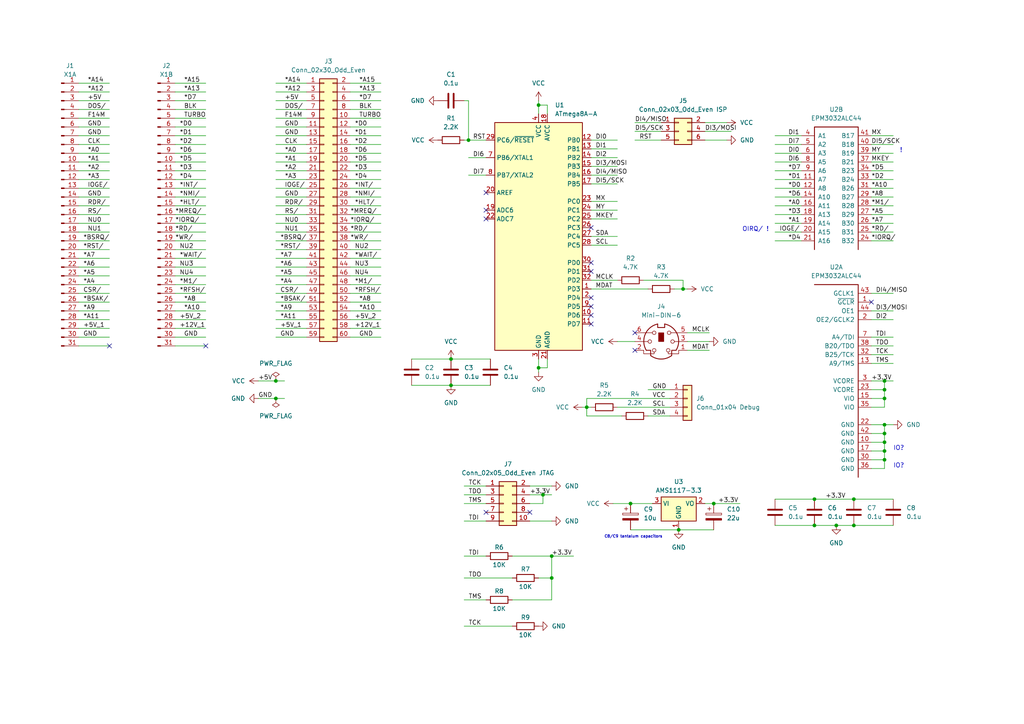
<source format=kicad_sch>
(kicad_sch (version 20230121) (generator eeschema)
  (paper "A4")
  (lib_symbols
    (symbol "Altera:EPM3032ALC44" (pin_names (offset 1.016))
      (property "Reference" "U" (at 0 3.81 0))
      (property "Value" "EPM3032ALC44" (at 0 1.27 0))
      (symbol "EPM3032ALC44_1_1"
        (pin input line (at 10.16 -5.08 180) (length 3.81) (name "~{GCLR}") (number "1"))
        (pin power_in line (at 10.16 -45.72 180) (length 3.81) (name "GND") (number "10"))
        (pin tri_state line (at 10.16 -22.86 180) (length 3.81) (name "A9/TMS") (number "13"))
        (pin power_in line (at 10.16 -33.02 180) (length 3.81) (name "VIO") (number "15"))
        (pin power_in line (at 10.16 -48.26 180) (length 3.81) (name "GND") (number "17"))
        (pin input line (at 10.16 -10.16 180) (length 3.81) (name "OE2/GCLK2") (number "2"))
        (pin power_in line (at 10.16 -40.64 180) (length 3.81) (name "GND") (number "22"))
        (pin power_in line (at 10.16 -30.48 180) (length 3.81) (name "VCORE") (number "23"))
        (pin power_in line (at 10.16 -27.94 180) (length 3.81) (name "VCORE") (number "3"))
        (pin power_in line (at 10.16 -50.8 180) (length 3.81) (name "GND") (number "30"))
        (pin tri_state line (at 10.16 -20.32 180) (length 3.81) (name "B25/TCK") (number "32"))
        (pin power_in line (at 10.16 -35.56 180) (length 3.81) (name "VIO") (number "35"))
        (pin power_in line (at 10.16 -53.34 180) (length 3.81) (name "GND") (number "36"))
        (pin tri_state line (at 10.16 -17.78 180) (length 3.81) (name "B20/TDO") (number "38"))
        (pin power_in line (at 10.16 -43.18 180) (length 3.81) (name "GND") (number "42"))
        (pin input line (at 10.16 -2.54 180) (length 3.81) (name "GCLK1") (number "43"))
        (pin input line (at 10.16 -7.62 180) (length 3.81) (name "OE1") (number "44"))
        (pin tri_state line (at 10.16 -15.24 180) (length 3.81) (name "A4/TDI") (number "7"))
      )
      (symbol "EPM3032ALC44_2_1"
        (pin tri_state line (at -10.16 -15.24 0) (length 3.81) (name "A7") (number "11"))
        (pin tri_state line (at -10.16 -17.78 0) (length 3.81) (name "A8") (number "12"))
        (pin tri_state line (at -10.16 -20.32 0) (length 3.81) (name "A10") (number "14"))
        (pin tri_state line (at -10.16 -22.86 0) (length 3.81) (name "A11") (number "16"))
        (pin tri_state line (at -10.16 -25.4 0) (length 3.81) (name "A13") (number "18"))
        (pin tri_state line (at -10.16 -27.94 0) (length 3.81) (name "A14") (number "19"))
        (pin tri_state line (at -10.16 -30.48 0) (length 3.81) (name "A15") (number "20"))
        (pin tri_state line (at -10.16 -33.02 0) (length 3.81) (name "A16") (number "21"))
        (pin tri_state line (at 10.16 -33.02 180) (length 3.81) (name "B32") (number "24"))
        (pin tri_state line (at 10.16 -30.48 180) (length 3.81) (name "B31") (number "25"))
        (pin tri_state line (at 10.16 -27.94 180) (length 3.81) (name "B30") (number "26"))
        (pin tri_state line (at 10.16 -25.4 180) (length 3.81) (name "B29") (number "27"))
        (pin tri_state line (at 10.16 -22.86 180) (length 3.81) (name "B28") (number "28"))
        (pin tri_state line (at 10.16 -20.32 180) (length 3.81) (name "B27") (number "29"))
        (pin tri_state line (at 10.16 -17.78 180) (length 3.81) (name "B26") (number "31"))
        (pin tri_state line (at 10.16 -15.24 180) (length 3.81) (name "B24") (number "33"))
        (pin tri_state line (at 10.16 -12.7 180) (length 3.81) (name "B23") (number "34"))
        (pin tri_state line (at 10.16 -10.16 180) (length 3.81) (name "B21") (number "37"))
        (pin tri_state line (at 10.16 -7.62 180) (length 3.81) (name "B19") (number "39"))
        (pin tri_state line (at -10.16 -2.54 0) (length 3.81) (name "A1") (number "4"))
        (pin tri_state line (at 10.16 -5.08 180) (length 3.81) (name "B18") (number "40"))
        (pin tri_state line (at 10.16 -2.54 180) (length 3.81) (name "B17") (number "41"))
        (pin tri_state line (at -10.16 -5.08 0) (length 3.81) (name "A2") (number "5"))
        (pin tri_state line (at -10.16 -7.62 0) (length 3.81) (name "A3") (number "6"))
        (pin tri_state line (at -10.16 -10.16 0) (length 3.81) (name "A5") (number "8"))
        (pin tri_state line (at -10.16 -12.7 0) (length 3.81) (name "A6") (number "9"))
      )
    )
    (symbol "Connector:Conn_01x31_Male" (pin_names (offset 1.016) hide)
      (property "Reference" "J" (at 0 40.64 0))
      (property "Value" "Conn_01x31_Male" (at 0 -40.64 0))
      (symbol "Conn_01x31_Male_1_1"
        (pin passive line (at 5.08 38.1 180) (length 3.81) (name "Pin_1") (number "1"))
        (pin passive line (at 5.08 15.24 180) (length 3.81) (name "Pin_10") (number "10"))
        (pin passive line (at 5.08 12.7 180) (length 3.81) (name "Pin_11") (number "11"))
        (pin passive line (at 5.08 10.16 180) (length 3.81) (name "Pin_12") (number "12"))
        (pin passive line (at 5.08 7.62 180) (length 3.81) (name "Pin_13") (number "13"))
        (pin passive line (at 5.08 5.08 180) (length 3.81) (name "Pin_14") (number "14"))
        (pin passive line (at 5.08 2.54 180) (length 3.81) (name "Pin_15") (number "15"))
        (pin passive line (at 5.08 0 180) (length 3.81) (name "Pin_16") (number "16"))
        (pin passive line (at 5.08 -2.54 180) (length 3.81) (name "Pin_17") (number "17"))
        (pin passive line (at 5.08 -5.08 180) (length 3.81) (name "Pin_18") (number "18"))
        (pin passive line (at 5.08 -7.62 180) (length 3.81) (name "Pin_19") (number "19"))
        (pin passive line (at 5.08 35.56 180) (length 3.81) (name "Pin_2") (number "2"))
        (pin passive line (at 5.08 -10.16 180) (length 3.81) (name "Pin_20") (number "20"))
        (pin passive line (at 5.08 -12.7 180) (length 3.81) (name "Pin_21") (number "21"))
        (pin passive line (at 5.08 -15.24 180) (length 3.81) (name "Pin_22") (number "22"))
        (pin passive line (at 5.08 -17.78 180) (length 3.81) (name "Pin_23") (number "23"))
        (pin passive line (at 5.08 -20.32 180) (length 3.81) (name "Pin_24") (number "24"))
        (pin passive line (at 5.08 -22.86 180) (length 3.81) (name "Pin_25") (number "25"))
        (pin passive line (at 5.08 -25.4 180) (length 3.81) (name "Pin_26") (number "26"))
        (pin passive line (at 5.08 -27.94 180) (length 3.81) (name "Pin_27") (number "27"))
        (pin passive line (at 5.08 -30.48 180) (length 3.81) (name "Pin_28") (number "28"))
        (pin passive line (at 5.08 -33.02 180) (length 3.81) (name "Pin_29") (number "29"))
        (pin passive line (at 5.08 33.02 180) (length 3.81) (name "Pin_3") (number "3"))
        (pin passive line (at 5.08 -35.56 180) (length 3.81) (name "Pin_30") (number "30"))
        (pin passive line (at 5.08 -38.1 180) (length 3.81) (name "Pin_31") (number "31"))
        (pin passive line (at 5.08 30.48 180) (length 3.81) (name "Pin_4") (number "4"))
        (pin passive line (at 5.08 27.94 180) (length 3.81) (name "Pin_5") (number "5"))
        (pin passive line (at 5.08 25.4 180) (length 3.81) (name "Pin_6") (number "6"))
        (pin passive line (at 5.08 22.86 180) (length 3.81) (name "Pin_7") (number "7"))
        (pin passive line (at 5.08 20.32 180) (length 3.81) (name "Pin_8") (number "8"))
        (pin passive line (at 5.08 17.78 180) (length 3.81) (name "Pin_9") (number "9"))
      )
    )
    (symbol "Connector:Mini-DIN-6" (pin_names (offset 1.016))
      (property "Reference" "J" (at 0 6.35 0))
      (property "Value" "Mini-DIN-6" (at 0 -6.35 0))
      (symbol "Mini-DIN-6_1_1"
        (pin passive line (at 7.62 -2.54 180) (length 2.54) (name "~") (number "1"))
        (pin passive line (at -7.62 -2.54 0) (length 2.54) (name "~") (number "2"))
        (pin passive line (at 7.62 0 180) (length 2.54) (name "~") (number "3"))
        (pin passive line (at -7.62 0 0) (length 2.54) (name "~") (number "4"))
        (pin passive line (at 7.62 2.54 180) (length 2.54) (name "~") (number "5"))
        (pin passive line (at -7.62 2.54 0) (length 2.54) (name "~") (number "6"))
      )
    )
    (symbol "Connector_Generic:Conn_01x04" (pin_names (offset 1.016) hide)
      (property "Reference" "J" (at 0 5.08 0))
      (property "Value" "Conn_01x04" (at 0 -7.62 0))
      (symbol "Conn_01x04_1_1"
        (pin passive line (at -5.08 2.54 0) (length 3.81) (name "Pin_1") (number "1"))
        (pin passive line (at -5.08 0 0) (length 3.81) (name "Pin_2") (number "2"))
        (pin passive line (at -5.08 -2.54 0) (length 3.81) (name "Pin_3") (number "3"))
        (pin passive line (at -5.08 -5.08 0) (length 3.81) (name "Pin_4") (number "4"))
      )
    )
    (symbol "Connector_Generic:Conn_02x03_Odd_Even" (pin_names (offset 1.016) hide)
      (property "Reference" "J" (at 1.27 5.08 0))
      (property "Value" "Conn_02x03_Odd_Even" (at 1.27 -5.08 0))
      (symbol "Conn_02x03_Odd_Even_1_1"
        (pin passive line (at -5.08 2.54 0) (length 3.81) (name "Pin_1") (number "1"))
        (pin passive line (at 7.62 2.54 180) (length 3.81) (name "Pin_2") (number "2"))
        (pin passive line (at -5.08 0 0) (length 3.81) (name "Pin_3") (number "3"))
        (pin passive line (at 7.62 0 180) (length 3.81) (name "Pin_4") (number "4"))
        (pin passive line (at -5.08 -2.54 0) (length 3.81) (name "Pin_5") (number "5"))
        (pin passive line (at 7.62 -2.54 180) (length 3.81) (name "Pin_6") (number "6"))
      )
    )
    (symbol "Connector_Generic:Conn_02x05_Odd_Even" (pin_names (offset 1.016) hide)
      (property "Reference" "J" (at 1.27 7.62 0))
      (property "Value" "Conn_02x05_Odd_Even" (at 1.27 -7.62 0))
      (symbol "Conn_02x05_Odd_Even_1_1"
        (pin passive line (at -5.08 5.08 0) (length 3.81) (name "Pin_1") (number "1"))
        (pin passive line (at 7.62 -5.08 180) (length 3.81) (name "Pin_10") (number "10"))
        (pin passive line (at 7.62 5.08 180) (length 3.81) (name "Pin_2") (number "2"))
        (pin passive line (at -5.08 2.54 0) (length 3.81) (name "Pin_3") (number "3"))
        (pin passive line (at 7.62 2.54 180) (length 3.81) (name "Pin_4") (number "4"))
        (pin passive line (at -5.08 0 0) (length 3.81) (name "Pin_5") (number "5"))
        (pin passive line (at 7.62 0 180) (length 3.81) (name "Pin_6") (number "6"))
        (pin passive line (at -5.08 -2.54 0) (length 3.81) (name "Pin_7") (number "7"))
        (pin passive line (at 7.62 -2.54 180) (length 3.81) (name "Pin_8") (number "8"))
        (pin passive line (at -5.08 -5.08 0) (length 3.81) (name "Pin_9") (number "9"))
      )
    )
    (symbol "Connector_Generic:Conn_02x30_Odd_Even" (pin_names (offset 1.016) hide)
      (property "Reference" "J" (at 1.27 38.1 0))
      (property "Value" "Conn_02x30_Odd_Even" (at 1.27 -40.64 0))
      (symbol "Conn_02x30_Odd_Even_1_1"
        (pin passive line (at -5.08 35.56 0) (length 3.81) (name "Pin_1") (number "1"))
        (pin passive line (at 7.62 25.4 180) (length 3.81) (name "Pin_10") (number "10"))
        (pin passive line (at -5.08 22.86 0) (length 3.81) (name "Pin_11") (number "11"))
        (pin passive line (at 7.62 22.86 180) (length 3.81) (name "Pin_12") (number "12"))
        (pin passive line (at -5.08 20.32 0) (length 3.81) (name "Pin_13") (number "13"))
        (pin passive line (at 7.62 20.32 180) (length 3.81) (name "Pin_14") (number "14"))
        (pin passive line (at -5.08 17.78 0) (length 3.81) (name "Pin_15") (number "15"))
        (pin passive line (at 7.62 17.78 180) (length 3.81) (name "Pin_16") (number "16"))
        (pin passive line (at -5.08 15.24 0) (length 3.81) (name "Pin_17") (number "17"))
        (pin passive line (at 7.62 15.24 180) (length 3.81) (name "Pin_18") (number "18"))
        (pin passive line (at -5.08 12.7 0) (length 3.81) (name "Pin_19") (number "19"))
        (pin passive line (at 7.62 35.56 180) (length 3.81) (name "Pin_2") (number "2"))
        (pin passive line (at 7.62 12.7 180) (length 3.81) (name "Pin_20") (number "20"))
        (pin passive line (at -5.08 10.16 0) (length 3.81) (name "Pin_21") (number "21"))
        (pin passive line (at 7.62 10.16 180) (length 3.81) (name "Pin_22") (number "22"))
        (pin passive line (at -5.08 7.62 0) (length 3.81) (name "Pin_23") (number "23"))
        (pin passive line (at 7.62 7.62 180) (length 3.81) (name "Pin_24") (number "24"))
        (pin passive line (at -5.08 5.08 0) (length 3.81) (name "Pin_25") (number "25"))
        (pin passive line (at 7.62 5.08 180) (length 3.81) (name "Pin_26") (number "26"))
        (pin passive line (at -5.08 2.54 0) (length 3.81) (name "Pin_27") (number "27"))
        (pin passive line (at 7.62 2.54 180) (length 3.81) (name "Pin_28") (number "28"))
        (pin passive line (at -5.08 0 0) (length 3.81) (name "Pin_29") (number "29"))
        (pin passive line (at -5.08 33.02 0) (length 3.81) (name "Pin_3") (number "3"))
        (pin passive line (at 7.62 0 180) (length 3.81) (name "Pin_30") (number "30"))
        (pin passive line (at -5.08 -2.54 0) (length 3.81) (name "Pin_31") (number "31"))
        (pin passive line (at 7.62 -2.54 180) (length 3.81) (name "Pin_32") (number "32"))
        (pin passive line (at -5.08 -5.08 0) (length 3.81) (name "Pin_33") (number "33"))
        (pin passive line (at 7.62 -5.08 180) (length 3.81) (name "Pin_34") (number "34"))
        (pin passive line (at -5.08 -7.62 0) (length 3.81) (name "Pin_35") (number "35"))
        (pin passive line (at 7.62 -7.62 180) (length 3.81) (name "Pin_36") (number "36"))
        (pin passive line (at -5.08 -10.16 0) (length 3.81) (name "Pin_37") (number "37"))
        (pin passive line (at 7.62 -10.16 180) (length 3.81) (name "Pin_38") (number "38"))
        (pin passive line (at -5.08 -12.7 0) (length 3.81) (name "Pin_39") (number "39"))
        (pin passive line (at 7.62 33.02 180) (length 3.81) (name "Pin_4") (number "4"))
        (pin passive line (at 7.62 -12.7 180) (length 3.81) (name "Pin_40") (number "40"))
        (pin passive line (at -5.08 -15.24 0) (length 3.81) (name "Pin_41") (number "41"))
        (pin passive line (at 7.62 -15.24 180) (length 3.81) (name "Pin_42") (number "42"))
        (pin passive line (at -5.08 -17.78 0) (length 3.81) (name "Pin_43") (number "43"))
        (pin passive line (at 7.62 -17.78 180) (length 3.81) (name "Pin_44") (number "44"))
        (pin passive line (at -5.08 -20.32 0) (length 3.81) (name "Pin_45") (number "45"))
        (pin passive line (at 7.62 -20.32 180) (length 3.81) (name "Pin_46") (number "46"))
        (pin passive line (at -5.08 -22.86 0) (length 3.81) (name "Pin_47") (number "47"))
        (pin passive line (at 7.62 -22.86 180) (length 3.81) (name "Pin_48") (number "48"))
        (pin passive line (at -5.08 -25.4 0) (length 3.81) (name "Pin_49") (number "49"))
        (pin passive line (at -5.08 30.48 0) (length 3.81) (name "Pin_5") (number "5"))
        (pin passive line (at 7.62 -25.4 180) (length 3.81) (name "Pin_50") (number "50"))
        (pin passive line (at -5.08 -27.94 0) (length 3.81) (name "Pin_51") (number "51"))
        (pin passive line (at 7.62 -27.94 180) (length 3.81) (name "Pin_52") (number "52"))
        (pin passive line (at -5.08 -30.48 0) (length 3.81) (name "Pin_53") (number "53"))
        (pin passive line (at 7.62 -30.48 180) (length 3.81) (name "Pin_54") (number "54"))
        (pin passive line (at -5.08 -33.02 0) (length 3.81) (name "Pin_55") (number "55"))
        (pin passive line (at 7.62 -33.02 180) (length 3.81) (name "Pin_56") (number "56"))
        (pin passive line (at -5.08 -35.56 0) (length 3.81) (name "Pin_57") (number "57"))
        (pin passive line (at 7.62 -35.56 180) (length 3.81) (name "Pin_58") (number "58"))
        (pin passive line (at -5.08 -38.1 0) (length 3.81) (name "Pin_59") (number "59"))
        (pin passive line (at 7.62 30.48 180) (length 3.81) (name "Pin_6") (number "6"))
        (pin passive line (at 7.62 -38.1 180) (length 3.81) (name "Pin_60") (number "60"))
        (pin passive line (at -5.08 27.94 0) (length 3.81) (name "Pin_7") (number "7"))
        (pin passive line (at 7.62 27.94 180) (length 3.81) (name "Pin_8") (number "8"))
        (pin passive line (at -5.08 25.4 0) (length 3.81) (name "Pin_9") (number "9"))
      )
    )
    (symbol "Device:C" (pin_numbers hide) (pin_names (offset 0.254))
      (property "Reference" "C" (at 0.635 2.54 0))
      (property "Value" "C" (at 0.635 -2.54 0))
      (symbol "C_1_1"
        (pin passive line (at 0 3.81 270) (length 2.794) (name "~") (number "1"))
        (pin passive line (at 0 -3.81 90) (length 2.794) (name "~") (number "2"))
      )
    )
    (symbol "Device:C_Polarized" (pin_numbers hide) (pin_names (offset 0.254))
      (property "Reference" "C" (at 0.635 2.54 0))
      (property "Value" "C_Polarized" (at 0.635 -2.54 0))
      (symbol "C_Polarized_1_1"
        (pin passive line (at 0 3.81 270) (length 2.794) (name "~") (number "1"))
        (pin passive line (at 0 -3.81 90) (length 2.794) (name "~") (number "2"))
      )
    )
    (symbol "Device:R" (pin_numbers hide) (pin_names (offset 0))
      (property "Reference" "R" (at 2.032 0 90))
      (property "Value" "R" (at 0 0 90))
      (symbol "R_1_1"
        (pin passive line (at 0 3.81 270) (length 1.27) (name "~") (number "1"))
        (pin passive line (at 0 -3.81 90) (length 1.27) (name "~") (number "2"))
      )
    )
    (symbol "MCU_Microchip_ATmega:ATmega8A-A"
      (property "Reference" "U" (at -12.7 34.29 0))
      (property "Value" "ATmega8A-A" (at 5.08 -34.29 0))
      (symbol "ATmega8A-A_1_1"
        (pin bidirectional line (at 15.24 -15.24 180) (length 2.54) (name "PD3") (number "1"))
        (pin bidirectional line (at 15.24 -22.86 180) (length 2.54) (name "PD6") (number "10"))
        (pin bidirectional line (at 15.24 -25.4 180) (length 2.54) (name "PD7") (number "11"))
        (pin bidirectional line (at 15.24 27.94 180) (length 2.54) (name "PB0") (number "12"))
        (pin bidirectional line (at 15.24 25.4 180) (length 2.54) (name "PB1") (number "13"))
        (pin bidirectional line (at 15.24 22.86 180) (length 2.54) (name "PB2") (number "14"))
        (pin bidirectional line (at 15.24 20.32 180) (length 2.54) (name "PB3") (number "15"))
        (pin bidirectional line (at 15.24 17.78 180) (length 2.54) (name "PB4") (number "16"))
        (pin bidirectional line (at 15.24 15.24 180) (length 2.54) (name "PB5") (number "17"))
        (pin power_in line (at 2.54 35.56 270) (length 2.54) (name "AVCC") (number "18"))
        (pin input line (at -15.24 7.62 0) (length 2.54) (name "ADC6") (number "19"))
        (pin bidirectional line (at 15.24 -17.78 180) (length 2.54) (name "PD4") (number "2"))
        (pin passive line (at -15.24 12.7 0) (length 2.54) (name "AREF") (number "20"))
        (pin power_in line (at 2.54 -35.56 90) (length 2.54) (name "AGND") (number "21"))
        (pin input line (at -15.24 5.08 0) (length 2.54) (name "ADC7") (number "22"))
        (pin bidirectional line (at 15.24 10.16 180) (length 2.54) (name "PC0") (number "23"))
        (pin bidirectional line (at 15.24 7.62 180) (length 2.54) (name "PC1") (number "24"))
        (pin bidirectional line (at 15.24 5.08 180) (length 2.54) (name "PC2") (number "25"))
        (pin bidirectional line (at 15.24 2.54 180) (length 2.54) (name "PC3") (number "26"))
        (pin bidirectional line (at 15.24 0 180) (length 2.54) (name "PC4") (number "27"))
        (pin bidirectional line (at 15.24 -2.54 180) (length 2.54) (name "PC5") (number "28"))
        (pin bidirectional line (at -15.24 27.94 0) (length 2.54) (name "PC6/~{RESET}") (number "29"))
        (pin power_in line (at 0 -35.56 90) (length 2.54) (name "GND") (number "3"))
        (pin bidirectional line (at 15.24 -7.62 180) (length 2.54) (name "PD0") (number "30"))
        (pin bidirectional line (at 15.24 -10.16 180) (length 2.54) (name "PD1") (number "31"))
        (pin bidirectional line (at 15.24 -12.7 180) (length 2.54) (name "PD2") (number "32"))
        (pin power_in line (at 0 35.56 270) (length 2.54) (name "VCC") (number "4"))
        (pin passive line (at 0 -35.56 90) (length 2.54) hide (name "GND") (number "5"))
        (pin passive line (at 0 35.56 270) (length 2.54) hide (name "VCC") (number "6"))
        (pin bidirectional line (at -15.24 22.86 0) (length 2.54) (name "PB6/XTAL1") (number "7"))
        (pin bidirectional line (at -15.24 17.78 0) (length 2.54) (name "PB7/XTAL2") (number "8"))
        (pin bidirectional line (at 15.24 -20.32 180) (length 2.54) (name "PD5") (number "9"))
      )
    )
    (symbol "Regulator_Linear:AMS1117-3.3"
      (property "Reference" "U" (at -3.81 3.175 0))
      (property "Value" "AMS1117-3.3" (at 0 3.175 0))
      (symbol "AMS1117-3.3_1_1"
        (pin power_in line (at 0 -7.62 90) (length 2.54) (name "GND") (number "1"))
        (pin power_out line (at 7.62 0 180) (length 2.54) (name "VO") (number "2"))
        (pin power_in line (at -7.62 0 0) (length 2.54) (name "VI") (number "3"))
      )
    )
    (symbol "power:GND" (power) (pin_names (offset 0))
      (property "Value" "GND" (at 0 -3.81 0))
      (symbol "GND_1_1"
        (pin power_in line (at 0 0 270) (length 0) hide (name "GND") (number "1"))
      )
    )
    (symbol "power:PWR_FLAG" (power) (pin_numbers hide) (pin_names (offset 0) hide)
      (property "Value" "PWR_FLAG" (at 0 3.81 0))
      (symbol "PWR_FLAG_0_0"
        (pin power_out line (at 0 0 90) (length 0) (name "pwr") (number "1"))
      )
    )
    (symbol "power:VCC" (power) (pin_names (offset 0))
      (property "Value" "VCC" (at 0 3.81 0))
      (symbol "VCC_1_1"
        (pin power_in line (at 0 0 90) (length 0) hide (name "VCC") (number "1"))
      )
    )
  )
  (junction (at 242.57 152.4))
  (junction (at 198.12 83.82))
  (junction (at 80.01 110.49))
  (junction (at 247.65 144.78))
  (junction (at 256.54 130.81))
  (junction (at 80.01 115.57))
  (junction (at 236.22 144.78))
  (junction (at 256.54 115.57))
  (junction (at 130.81 111.76))
  (junction (at 156.21 106.68))
  (junction (at 247.65 152.4))
  (junction (at 256.54 123.19))
  (junction (at 157.48 143.51))
  (junction (at 130.81 104.14))
  (junction (at 256.54 113.03))
  (junction (at 170.18 118.11))
  (junction (at 156.21 30.48))
  (junction (at 256.54 110.49))
  (junction (at 236.22 152.4))
  (junction (at 256.54 128.27))
  (junction (at 160.02 161.29))
  (junction (at 160.02 167.64))
  (junction (at 135.89 40.64))
  (junction (at 196.85 153.67))
  (junction (at 256.54 133.35))
  (junction (at 256.54 125.73))
  (junction (at 207.01 146.05))
  (junction (at 182.88 146.05))
  (no_connect (at 171.45 86.36))
  (no_connect (at 171.45 76.2))
  (no_connect (at 59.69 100.33))
  (no_connect (at 171.45 66.04))
  (no_connect (at 171.45 78.74))
  (no_connect (at 153.67 148.59))
  (no_connect (at 252.73 87.63))
  (no_connect (at 184.15 96.52))
  (no_connect (at 140.97 55.88))
  (no_connect (at 171.45 91.44))
  (no_connect (at 184.15 101.6))
  (no_connect (at 171.45 93.98))
  (no_connect (at 140.97 60.96))
  (no_connect (at 140.97 63.5))
  (no_connect (at 31.75 100.33))
  (no_connect (at 171.45 88.9))
  (no_connect (at 140.97 148.59))
  (wire (pts (xy 256.54 135.89) (xy 256.54 133.35)))
  (wire (pts (xy 50.8 69.85) (xy 59.69 69.85)))
  (wire (pts (xy 252.73 85.09) (xy 259.08 85.09)))
  (wire (pts (xy 252.73 92.71) (xy 259.08 92.71)))
  (wire (pts (xy 80.01 36.83) (xy 88.9 36.83)))
  (wire (pts (xy 252.73 52.07) (xy 259.08 52.07)))
  (wire (pts (xy 80.01 67.31) (xy 88.9 67.31)))
  (wire (pts (xy 256.54 118.11) (xy 256.54 115.57)))
  (wire (pts (xy 80.01 26.67) (xy 88.9 26.67)))
  (wire (pts (xy 50.8 74.93) (xy 59.69 74.93)))
  (wire (pts (xy 80.01 39.37) (xy 88.9 39.37)))
  (wire (pts (xy 224.79 64.77) (xy 232.41 64.77)))
  (wire (pts (xy 22.86 34.29) (xy 31.75 34.29)))
  (wire (pts (xy 252.73 67.31) (xy 259.08 67.31)))
  (wire (pts (xy 160.02 173.99) (xy 160.02 167.64)))
  (wire (pts (xy 22.86 59.69) (xy 31.75 59.69)))
  (wire (pts (xy 22.86 24.13) (xy 31.75 24.13)))
  (wire (pts (xy 80.01 74.93) (xy 88.9 74.93)))
  (wire (pts (xy 224.79 41.91) (xy 232.41 41.91)))
  (wire (pts (xy 130.81 104.14) (xy 142.24 104.14)))
  (wire (pts (xy 50.8 39.37) (xy 59.69 39.37)))
  (wire (pts (xy 22.86 54.61) (xy 31.75 54.61)))
  (wire (pts (xy 80.01 57.15) (xy 88.9 57.15)))
  (wire (pts (xy 22.86 100.33) (xy 31.75 100.33)))
  (wire (pts (xy 80.01 90.17) (xy 88.9 90.17)))
  (wire (pts (xy 252.73 128.27) (xy 256.54 128.27)))
  (wire (pts (xy 252.73 69.85) (xy 259.08 69.85)))
  (wire (pts (xy 247.65 152.4) (xy 259.08 152.4)))
  (wire (pts (xy 50.8 34.29) (xy 59.69 34.29)))
  (wire (pts (xy 160.02 161.29) (xy 160.02 167.64)))
  (wire (pts (xy 80.01 77.47) (xy 88.9 77.47)))
  (wire (pts (xy 101.6 87.63) (xy 110.49 87.63)))
  (wire (pts (xy 101.6 90.17) (xy 110.49 90.17)))
  (wire (pts (xy 224.79 49.53) (xy 232.41 49.53)))
  (wire (pts (xy 236.22 144.78) (xy 247.65 144.78)))
  (wire (pts (xy 50.8 26.67) (xy 59.69 26.67)))
  (wire (pts (xy 101.6 57.15) (xy 110.49 57.15)))
  (wire (pts (xy 134.62 181.61) (xy 148.59 181.61)))
  (wire (pts (xy 80.01 29.21) (xy 88.9 29.21)))
  (wire (pts (xy 135.89 40.64) (xy 140.97 40.64)))
  (wire (pts (xy 186.69 81.28) (xy 198.12 81.28)))
  (wire (pts (xy 50.8 49.53) (xy 59.69 49.53)))
  (wire (pts (xy 171.45 40.64) (xy 179.07 40.64)))
  (wire (pts (xy 195.58 83.82) (xy 198.12 83.82)))
  (wire (pts (xy 22.86 57.15) (xy 31.75 57.15)))
  (wire (pts (xy 252.73 54.61) (xy 259.08 54.61)))
  (wire (pts (xy 50.8 72.39) (xy 59.69 72.39)))
  (wire (pts (xy 101.6 67.31) (xy 110.49 67.31)))
  (wire (pts (xy 135.89 45.72) (xy 140.97 45.72)))
  (wire (pts (xy 252.73 130.81) (xy 256.54 130.81)))
  (wire (pts (xy 50.8 31.75) (xy 59.69 31.75)))
  (wire (pts (xy 256.54 110.49) (xy 259.08 110.49)))
  (wire (pts (xy 171.45 58.42) (xy 179.07 58.42)))
  (wire (pts (xy 80.01 115.57) (xy 82.55 115.57)))
  (wire (pts (xy 199.39 96.52) (xy 205.74 96.52)))
  (wire (pts (xy 50.8 82.55) (xy 59.69 82.55)))
  (wire (pts (xy 50.8 36.83) (xy 59.69 36.83)))
  (wire (pts (xy 101.6 49.53) (xy 110.49 49.53)))
  (wire (pts (xy 187.96 113.03) (xy 194.31 113.03)))
  (wire (pts (xy 22.86 49.53) (xy 31.75 49.53)))
  (wire (pts (xy 101.6 95.25) (xy 110.49 95.25)))
  (wire (pts (xy 170.18 118.11) (xy 171.45 118.11)))
  (wire (pts (xy 101.6 31.75) (xy 110.49 31.75)))
  (wire (pts (xy 101.6 62.23) (xy 110.49 62.23)))
  (wire (pts (xy 156.21 29.21) (xy 156.21 30.48)))
  (wire (pts (xy 134.62 161.29) (xy 140.97 161.29)))
  (wire (pts (xy 256.54 113.03) (xy 256.54 110.49)))
  (wire (pts (xy 119.38 111.76) (xy 130.81 111.76)))
  (wire (pts (xy 180.34 120.65) (xy 170.18 120.65)))
  (wire (pts (xy 224.79 62.23) (xy 232.41 62.23)))
  (wire (pts (xy 252.73 110.49) (xy 256.54 110.49)))
  (wire (pts (xy 256.54 128.27) (xy 256.54 125.73)))
  (wire (pts (xy 204.47 35.56) (xy 210.82 35.56)))
  (wire (pts (xy 80.01 24.13) (xy 88.9 24.13)))
  (wire (pts (xy 80.01 97.79) (xy 88.9 97.79)))
  (wire (pts (xy 22.86 31.75) (xy 31.75 31.75)))
  (wire (pts (xy 50.8 46.99) (xy 59.69 46.99)))
  (wire (pts (xy 252.73 118.11) (xy 256.54 118.11)))
  (wire (pts (xy 50.8 90.17) (xy 59.69 90.17)))
  (wire (pts (xy 224.79 44.45) (xy 232.41 44.45)))
  (wire (pts (xy 22.86 62.23) (xy 31.75 62.23)))
  (wire (pts (xy 80.01 64.77) (xy 88.9 64.77)))
  (wire (pts (xy 50.8 87.63) (xy 59.69 87.63)))
  (wire (pts (xy 50.8 44.45) (xy 59.69 44.45)))
  (wire (pts (xy 171.45 48.26) (xy 179.07 48.26)))
  (wire (pts (xy 252.73 90.17) (xy 259.08 90.17)))
  (wire (pts (xy 22.86 87.63) (xy 31.75 87.63)))
  (wire (pts (xy 224.79 52.07) (xy 232.41 52.07)))
  (wire (pts (xy 153.67 151.13) (xy 160.02 151.13)))
  (wire (pts (xy 204.47 38.1) (xy 212.09 38.1)))
  (wire (pts (xy 22.86 41.91) (xy 31.75 41.91)))
  (wire (pts (xy 184.15 40.64) (xy 191.77 40.64)))
  (wire (pts (xy 252.73 133.35) (xy 256.54 133.35)))
  (wire (pts (xy 156.21 30.48) (xy 156.21 33.02)))
  (wire (pts (xy 252.73 39.37) (xy 259.08 39.37)))
  (wire (pts (xy 148.59 173.99) (xy 160.02 173.99)))
  (wire (pts (xy 177.8 146.05) (xy 182.88 146.05)))
  (wire (pts (xy 80.01 82.55) (xy 88.9 82.55)))
  (wire (pts (xy 252.73 46.99) (xy 259.08 46.99)))
  (wire (pts (xy 224.79 69.85) (xy 232.41 69.85)))
  (wire (pts (xy 101.6 29.21) (xy 110.49 29.21)))
  (wire (pts (xy 22.86 67.31) (xy 31.75 67.31)))
  (wire (pts (xy 224.79 39.37) (xy 232.41 39.37)))
  (wire (pts (xy 22.86 44.45) (xy 31.75 44.45)))
  (wire (pts (xy 50.8 59.69) (xy 59.69 59.69)))
  (wire (pts (xy 22.86 46.99) (xy 31.75 46.99)))
  (wire (pts (xy 22.86 26.67) (xy 31.75 26.67)))
  (wire (pts (xy 80.01 92.71) (xy 88.9 92.71)))
  (wire (pts (xy 135.89 50.8) (xy 140.97 50.8)))
  (wire (pts (xy 157.48 146.05) (xy 157.48 143.51)))
  (wire (pts (xy 170.18 115.57) (xy 170.18 118.11)))
  (wire (pts (xy 50.8 52.07) (xy 59.69 52.07)))
  (wire (pts (xy 153.67 146.05) (xy 157.48 146.05)))
  (wire (pts (xy 80.01 69.85) (xy 88.9 69.85)))
  (wire (pts (xy 50.8 41.91) (xy 59.69 41.91)))
  (wire (pts (xy 252.73 105.41) (xy 259.08 105.41)))
  (wire (pts (xy 252.73 97.79) (xy 259.08 97.79)))
  (wire (pts (xy 80.01 59.69) (xy 88.9 59.69)))
  (wire (pts (xy 224.79 59.69) (xy 232.41 59.69)))
  (wire (pts (xy 156.21 167.64) (xy 160.02 167.64)))
  (wire (pts (xy 22.86 64.77) (xy 31.75 64.77)))
  (wire (pts (xy 224.79 152.4) (xy 236.22 152.4)))
  (wire (pts (xy 252.73 102.87) (xy 259.08 102.87)))
  (wire (pts (xy 101.6 85.09) (xy 110.49 85.09)))
  (wire (pts (xy 101.6 72.39) (xy 110.49 72.39)))
  (wire (pts (xy 171.45 83.82) (xy 187.96 83.82)))
  (wire (pts (xy 101.6 82.55) (xy 110.49 82.55)))
  (wire (pts (xy 22.86 77.47) (xy 31.75 77.47)))
  (wire (pts (xy 184.15 35.56) (xy 191.77 35.56)))
  (wire (pts (xy 252.73 64.77) (xy 259.08 64.77)))
  (wire (pts (xy 80.01 34.29) (xy 88.9 34.29)))
  (wire (pts (xy 22.86 72.39) (xy 31.75 72.39)))
  (wire (pts (xy 50.8 67.31) (xy 59.69 67.31)))
  (wire (pts (xy 171.45 68.58) (xy 179.07 68.58)))
  (wire (pts (xy 22.86 69.85) (xy 31.75 69.85)))
  (wire (pts (xy 168.91 118.11) (xy 170.18 118.11)))
  (wire (pts (xy 50.8 80.01) (xy 59.69 80.01)))
  (wire (pts (xy 171.45 60.96) (xy 179.07 60.96)))
  (wire (pts (xy 134.62 40.64) (xy 135.89 40.64)))
  (wire (pts (xy 101.6 54.61) (xy 110.49 54.61)))
  (wire (pts (xy 22.86 74.93) (xy 31.75 74.93)))
  (wire (pts (xy 101.6 26.67) (xy 110.49 26.67)))
  (wire (pts (xy 135.89 29.21) (xy 134.62 29.21)))
  (wire (pts (xy 101.6 44.45) (xy 110.49 44.45)))
  (wire (pts (xy 242.57 152.4) (xy 247.65 152.4)))
  (wire (pts (xy 158.75 106.68) (xy 156.21 106.68)))
  (wire (pts (xy 182.88 153.67) (xy 196.85 153.67)))
  (wire (pts (xy 74.93 110.49) (xy 80.01 110.49)))
  (wire (pts (xy 101.6 52.07) (xy 110.49 52.07)))
  (wire (pts (xy 252.73 115.57) (xy 256.54 115.57)))
  (wire (pts (xy 256.54 115.57) (xy 256.54 113.03)))
  (wire (pts (xy 80.01 72.39) (xy 88.9 72.39)))
  (wire (pts (xy 80.01 46.99) (xy 88.9 46.99)))
  (wire (pts (xy 224.79 144.78) (xy 236.22 144.78)))
  (wire (pts (xy 80.01 87.63) (xy 88.9 87.63)))
  (wire (pts (xy 101.6 59.69) (xy 110.49 59.69)))
  (wire (pts (xy 158.75 30.48) (xy 156.21 30.48)))
  (wire (pts (xy 22.86 82.55) (xy 31.75 82.55)))
  (wire (pts (xy 80.01 49.53) (xy 88.9 49.53)))
  (wire (pts (xy 153.67 140.97) (xy 160.02 140.97)))
  (wire (pts (xy 199.39 101.6) (xy 205.74 101.6)))
  (wire (pts (xy 22.86 97.79) (xy 31.75 97.79)))
  (wire (pts (xy 252.73 62.23) (xy 259.08 62.23)))
  (wire (pts (xy 101.6 41.91) (xy 110.49 41.91)))
  (wire (pts (xy 252.73 135.89) (xy 256.54 135.89)))
  (wire (pts (xy 50.8 95.25) (xy 59.69 95.25)))
  (wire (pts (xy 22.86 85.09) (xy 31.75 85.09)))
  (wire (pts (xy 22.86 95.25) (xy 31.75 95.25)))
  (wire (pts (xy 171.45 81.28) (xy 179.07 81.28)))
  (wire (pts (xy 224.79 46.99) (xy 232.41 46.99)))
  (wire (pts (xy 187.96 120.65) (xy 194.31 120.65)))
  (wire (pts (xy 22.86 80.01) (xy 31.75 80.01)))
  (wire (pts (xy 101.6 92.71) (xy 110.49 92.71)))
  (wire (pts (xy 252.73 41.91) (xy 259.08 41.91)))
  (wire (pts (xy 171.45 53.34) (xy 179.07 53.34)))
  (wire (pts (xy 156.21 104.14) (xy 156.21 106.68)))
  (wire (pts (xy 194.31 115.57) (xy 170.18 115.57)))
  (wire (pts (xy 184.15 38.1) (xy 191.77 38.1)))
  (wire (pts (xy 256.54 123.19) (xy 259.08 123.19)))
  (wire (pts (xy 101.6 36.83) (xy 110.49 36.83)))
  (wire (pts (xy 80.01 95.25) (xy 88.9 95.25)))
  (wire (pts (xy 101.6 64.77) (xy 110.49 64.77)))
  (wire (pts (xy 252.73 49.53) (xy 259.08 49.53)))
  (wire (pts (xy 224.79 67.31) (xy 232.41 67.31)))
  (wire (pts (xy 50.8 24.13) (xy 59.69 24.13)))
  (wire (pts (xy 171.45 63.5) (xy 179.07 63.5)))
  (wire (pts (xy 50.8 64.77) (xy 59.69 64.77)))
  (wire (pts (xy 101.6 34.29) (xy 110.49 34.29)))
  (wire (pts (xy 22.86 90.17) (xy 31.75 90.17)))
  (wire (pts (xy 256.54 133.35) (xy 256.54 130.81)))
  (wire (pts (xy 204.47 146.05) (xy 207.01 146.05)))
  (wire (pts (xy 50.8 97.79) (xy 59.69 97.79)))
  (wire (pts (xy 101.6 46.99) (xy 110.49 46.99)))
  (wire (pts (xy 170.18 120.65) (xy 170.18 118.11)))
  (wire (pts (xy 157.48 143.51) (xy 160.02 143.51)))
  (wire (pts (xy 22.86 39.37) (xy 31.75 39.37)))
  (wire (pts (xy 207.01 146.05) (xy 214.63 146.05)))
  (wire (pts (xy 252.73 57.15) (xy 259.08 57.15)))
  (wire (pts (xy 22.86 52.07) (xy 31.75 52.07)))
  (wire (pts (xy 158.75 33.02) (xy 158.75 30.48)))
  (wire (pts (xy 179.07 118.11) (xy 194.31 118.11)))
  (wire (pts (xy 50.8 100.33) (xy 59.69 100.33)))
  (wire (pts (xy 101.6 39.37) (xy 110.49 39.37)))
  (wire (pts (xy 50.8 57.15) (xy 59.69 57.15)))
  (wire (pts (xy 171.45 71.12) (xy 179.07 71.12)))
  (wire (pts (xy 247.65 144.78) (xy 259.08 144.78)))
  (wire (pts (xy 50.8 92.71) (xy 59.69 92.71)))
  (wire (pts (xy 252.73 100.33) (xy 259.08 100.33)))
  (wire (pts (xy 134.62 146.05) (xy 140.97 146.05)))
  (wire (pts (xy 50.8 29.21) (xy 59.69 29.21)))
  (wire (pts (xy 101.6 69.85) (xy 110.49 69.85)))
  (wire (pts (xy 134.62 173.99) (xy 140.97 173.99)))
  (wire (pts (xy 134.62 151.13) (xy 140.97 151.13)))
  (wire (pts (xy 134.62 167.64) (xy 148.59 167.64)))
  (wire (pts (xy 80.01 41.91) (xy 88.9 41.91)))
  (wire (pts (xy 236.22 152.4) (xy 242.57 152.4)))
  (wire (pts (xy 80.01 44.45) (xy 88.9 44.45)))
  (wire (pts (xy 134.62 140.97) (xy 140.97 140.97)))
  (wire (pts (xy 252.73 59.69) (xy 259.08 59.69)))
  (wire (pts (xy 50.8 85.09) (xy 59.69 85.09)))
  (wire (pts (xy 179.07 99.06) (xy 184.15 99.06)))
  (wire (pts (xy 252.73 125.73) (xy 256.54 125.73)))
  (wire (pts (xy 252.73 44.45) (xy 259.08 44.45)))
  (wire (pts (xy 80.01 110.49) (xy 82.55 110.49)))
  (wire (pts (xy 101.6 97.79) (xy 110.49 97.79)))
  (wire (pts (xy 101.6 74.93) (xy 110.49 74.93)))
  (wire (pts (xy 196.85 153.67) (xy 207.01 153.67)))
  (wire (pts (xy 80.01 85.09) (xy 88.9 85.09)))
  (wire (pts (xy 119.38 104.14) (xy 130.81 104.14)))
  (wire (pts (xy 256.54 125.73) (xy 256.54 123.19)))
  (wire (pts (xy 171.45 50.8) (xy 179.07 50.8)))
  (wire (pts (xy 50.8 62.23) (xy 59.69 62.23)))
  (wire (pts (xy 256.54 130.81) (xy 256.54 128.27)))
  (wire (pts (xy 171.45 43.18) (xy 179.07 43.18)))
  (wire (pts (xy 224.79 57.15) (xy 232.41 57.15)))
  (wire (pts (xy 80.01 62.23) (xy 88.9 62.23)))
  (wire (pts (xy 156.21 106.68) (xy 156.21 107.95)))
  (wire (pts (xy 101.6 80.01) (xy 110.49 80.01)))
  (wire (pts (xy 198.12 83.82) (xy 199.39 83.82)))
  (wire (pts (xy 101.6 77.47) (xy 110.49 77.47)))
  (wire (pts (xy 22.86 29.21) (xy 31.75 29.21)))
  (wire (pts (xy 252.73 113.03) (xy 256.54 113.03)))
  (wire (pts (xy 204.47 40.64) (xy 210.82 40.64)))
  (wire (pts (xy 153.67 143.51) (xy 157.48 143.51)))
  (wire (pts (xy 80.01 80.01) (xy 88.9 80.01)))
  (wire (pts (xy 130.81 111.76) (xy 142.24 111.76)))
  (wire (pts (xy 22.86 36.83) (xy 31.75 36.83)))
  (wire (pts (xy 135.89 40.64) (xy 135.89 29.21)))
  (wire (pts (xy 134.62 143.51) (xy 140.97 143.51)))
  (wire (pts (xy 171.45 45.72) (xy 179.07 45.72)))
  (wire (pts (xy 160.02 161.29) (xy 166.37 161.29)))
  (wire (pts (xy 198.12 81.28) (xy 198.12 83.82)))
  (wire (pts (xy 182.88 146.05) (xy 189.23 146.05)))
  (wire (pts (xy 80.01 54.61) (xy 88.9 54.61)))
  (wire (pts (xy 199.39 99.06) (xy 205.74 99.06)))
  (wire (pts (xy 22.86 92.71) (xy 31.75 92.71)))
  (wire (pts (xy 252.73 123.19) (xy 256.54 123.19)))
  (wire (pts (xy 80.01 31.75) (xy 88.9 31.75)))
  (wire (pts (xy 80.01 52.07) (xy 88.9 52.07)))
  (wire (pts (xy 50.8 77.47) (xy 59.69 77.47)))
  (wire (pts (xy 158.75 104.14) (xy 158.75 106.68)))
  (wire (pts (xy 224.79 54.61) (xy 232.41 54.61)))
  (wire (pts (xy 148.59 161.29) (xy 160.02 161.29)))
  (wire (pts (xy 101.6 24.13) (xy 110.49 24.13)))
  (wire (pts (xy 50.8 54.61) (xy 59.69 54.61)))
  (wire (pts (xy 74.93 115.57) (xy 80.01 115.57)))
  (text "IO?" (at 259.08 135.89 0) (effects (font (size 1.27 1.27)) (justify left bottom)))
  (text "!" (at 222.25 67.31 0) (effects (font (size 1.27 1.27)) (justify left bottom)))
  (text "!" (at 260.985 44.45 0) (effects (font (size 1.27 1.27)) (justify left bottom)))
  (text "IO?" (at 259.08 130.81 0) (effects (font (size 1.27 1.27)) (justify left bottom)))
  (text "OIRQ/" (at 215.265 67.31 0) (effects (font (size 1.27 1.27)) (justify left bottom)))
  (text "C8/C9 tantalum capacitors" (at 175.26 156.21 0) (effects (font (size 0.8 0.8)) (justify left bottom)))
  (label "SDA" (at 172.72 68.58 0))
  (label "DOS{slash}" (at 25.4 31.75 0))
  (label "*WR{slash}" (at 50.8 69.85 0))
  (label "MX" (at 252.73 39.37 0))
  (label "GND" (at 82.55 57.15 0))
  (label "VCC" (at 189.23 115.57 0))
  (label "*RD{slash}" (at 252.73 67.31 0))
  (label "*A2" (at 25.4 49.53 0))
  (label "*D0" (at 52.07 36.83 0))
  (label "*MREQ{slash}" (at 101.6 62.23 0))
  (label "DI0" (at 172.72 40.64 0))
  (label "*D5" (at 102.87 46.99 0))
  (label "*A11" (at 81.28 92.71 0))
  (label "*M1{slash}" (at 52.07 82.55 0))
  (label "*HLT{slash}" (at 52.07 59.69 0))
  (label "*INT{slash}" (at 102.87 54.61 0))
  (label "NU4" (at 52.07 80.01 0))
  (label "*D5" (at 52.07 46.99 0))
  (label "*A8" (at 252.73 57.15 0))
  (label "TDO" (at 135.89 167.64 0))
  (label "*BSRQ{slash}" (at 81.28 69.85 0))
  (label "*D5" (at 252.73 49.53 0))
  (label "IOGE{slash}" (at 82.55 54.61 0))
  (label "DI3{slash}MOSI" (at 254 90.17 0))
  (label "GND" (at 25.4 57.15 0))
  (label "BLK" (at 53.34 31.75 0))
  (label "*IORQ{slash}" (at 101.6 64.77 0))
  (label "TDO" (at 254 100.33 0))
  (label "*INT{slash}" (at 52.07 54.61 0))
  (label "RDR{slash}" (at 82.55 59.69 0))
  (label "MCLK" (at 200.66 96.52 0))
  (label "MY" (at 252.73 44.45 0))
  (label "*RST{slash}" (at 81.28 72.39 0))
  (label "*D3" (at 228.6 62.23 0))
  (label "*D7" (at 104.14 29.21 0))
  (label "*A13" (at 53.34 26.67 0))
  (label "+5V_2" (at 52.07 92.71 0))
  (label "MDAT" (at 172.72 83.82 0))
  (label "*M1{slash}" (at 102.87 82.55 0))
  (label "TMS" (at 135.89 146.05 0))
  (label "SCL" (at 189.23 118.11 0))
  (label "*HLT{slash}" (at 102.87 59.69 0))
  (label "*D3" (at 102.87 49.53 0))
  (label "*A3" (at 25.4 52.07 0))
  (label "*D6" (at 52.07 44.45 0))
  (label "*IORQ{slash}" (at 252.73 69.85 0))
  (label "*A10" (at 53.34 90.17 0))
  (label "DI5{slash}SCK" (at 252.73 41.91 0))
  (label "*A9" (at 24.13 90.17 0))
  (label "+3.3V" (at 239.395 144.78 0))
  (label "GND" (at 25.4 36.83 0))
  (label "GND" (at 189.23 113.03 0))
  (label "*NMI{slash}" (at 52.07 57.15 0))
  (label "*NMI{slash}" (at 102.87 57.15 0))
  (label "SDA" (at 189.23 120.65 0))
  (label "TDI" (at 135.89 161.29 0))
  (label "DI6" (at 137.16 45.72 0))
  (label "*A9" (at 81.28 90.17 0))
  (label "*A6" (at 24.13 77.47 0))
  (label "GND" (at 74.93 115.57 0))
  (label "*A5" (at 81.28 80.01 0))
  (label "+3.3V" (at 160.02 161.29 0))
  (label "GND" (at 104.14 97.79 0))
  (label "RST" (at 185.42 40.64 0))
  (label "NU3" (at 52.07 77.47 0))
  (label "*D4" (at 52.07 52.07 0))
  (label "*A1" (at 228.6 64.77 0))
  (label "DI3{slash}MOSI" (at 172.72 48.26 0))
  (label "+3.3V" (at 153.67 143.51 0))
  (label "*A5" (at 24.13 80.01 0))
  (label "+5V_1" (at 24.13 95.25 0))
  (label "+5V_2" (at 102.87 92.71 0))
  (label "NU1" (at 82.55 67.31 0))
  (label "TURBO" (at 53.34 34.29 0))
  (label "*A1" (at 25.4 46.99 0))
  (label "*D6" (at 228.6 57.15 0))
  (label "*A8" (at 104.14 87.63 0))
  (label "*WR{slash}" (at 101.6 69.85 0))
  (label "*BSAK{slash}" (at 81.28 87.63 0))
  (label "*A0" (at 25.4 44.45 0))
  (label "*D6" (at 102.87 44.45 0))
  (label "DI5{slash}SCK" (at 184.15 38.1 0))
  (label "MX" (at 172.72 58.42 0))
  (label "RS{slash}" (at 25.4 62.23 0))
  (label "*A7" (at 252.73 64.77 0))
  (label "*D1" (at 52.07 39.37 0))
  (label "*D4" (at 102.87 52.07 0))
  (label "TURBO" (at 104.14 34.29 0))
  (label "*A10" (at 104.14 90.17 0))
  (label "DI2" (at 254 92.71 0))
  (label "MDAT" (at 200.66 101.6 0))
  (label "*RST{slash}" (at 24.13 72.39 0))
  (label "CSR{slash}" (at 24.13 85.09 0))
  (label "*IORQ{slash}" (at 50.8 64.77 0))
  (label "BLK" (at 104.14 31.75 0))
  (label "*RFSH{slash}" (at 102.87 85.09 0))
  (label "NU1" (at 25.4 67.31 0))
  (label "*BSRQ{slash}" (at 24.13 69.85 0))
  (label "TDI" (at 254 97.79 0))
  (label "*D0" (at 228.6 54.61 0))
  (label "*D2" (at 252.73 52.07 0))
  (label "*WAIT{slash}" (at 102.87 74.93 0))
  (label "NU2" (at 102.87 72.39 0))
  (label "GND" (at 25.4 39.37 0))
  (label "NU0" (at 82.55 64.77 0))
  (label "*MREQ{slash}" (at 50.8 62.23 0))
  (label "TDI" (at 135.89 151.13 0))
  (label "CSR{slash}" (at 81.28 85.09 0))
  (label "DI7" (at 228.6 41.91 0))
  (label "MKEY" (at 252.73 46.99 0))
  (label "*A14" (at 82.55 24.13 0))
  (label "SCL" (at 172.72 71.12 0))
  (label "*RD{slash}" (at 101.6 67.31 0))
  (label "TMS" (at 135.89 173.99 0))
  (label "DI1" (at 228.6 39.37 0))
  (label "*A7" (at 24.13 74.93 0))
  (label "DI7" (at 137.16 50.8 0))
  (label "GND" (at 81.28 97.79 0))
  (label "DI6" (at 228.6 46.99 0))
  (label "CLK" (at 82.55 41.91 0))
  (label "*A12" (at 82.55 26.67 0))
  (label "+5V_1" (at 81.28 95.25 0))
  (label "*A12" (at 25.4 26.67 0))
  (label "DI4{slash}MISO" (at 172.72 50.8 0))
  (label "DI3{slash}MOSI" (at 204.47 38.1 0))
  (label "TMS" (at 254 105.41 0))
  (label "*D1" (at 102.87 39.37 0))
  (label "*A4" (at 81.28 82.55 0))
  (label "GND" (at 82.55 39.37 0))
  (label "*A10" (at 252.73 54.61 0))
  (label "*A8" (at 53.34 87.63 0))
  (label "RST" (at 137.16 40.64 0))
  (label "MY" (at 172.72 60.96 0))
  (label "TCK" (at 135.89 140.97 0))
  (label "*RD{slash}" (at 50.8 67.31 0))
  (label "IOGE{slash}" (at 226.06 67.31 0))
  (label "CLK" (at 25.4 41.91 0))
  (label "*D2" (at 102.87 41.91 0))
  (label "DI1" (at 172.72 43.18 0))
  (label "*A0" (at 228.6 59.69 0))
  (label "*A7" (at 81.28 74.93 0))
  (label "RDR{slash}" (at 25.4 59.69 0))
  (label "GND" (at 24.13 97.79 0))
  (label "GND" (at 53.34 97.79 0))
  (label "*BSAK{slash}" (at 24.13 87.63 0))
  (label "+3.3V" (at 252.73 110.49 0))
  (label "TCK" (at 135.89 181.61 0))
  (label "*D7" (at 53.34 29.21 0))
  (label "*D4" (at 228.6 69.85 0))
  (label "+5V" (at 74.93 110.49 0))
  (label "NU3" (at 102.87 77.47 0))
  (label "NU0" (at 25.4 64.77 0))
  (label "RS{slash}" (at 82.55 62.23 0))
  (label "*A0" (at 82.55 44.45 0))
  (label "*D3" (at 52.07 49.53 0))
  (label "NU4" (at 102.87 80.01 0))
  (label "*A1" (at 82.55 46.99 0))
  (label "+3.3V" (at 208.28 146.05 0))
  (label "*M1{slash}" (at 252.73 59.69 0))
  (label "IOGE{slash}" (at 25.4 54.61 0))
  (label "*A13" (at 104.14 26.67 0))
  (label "*A3" (at 82.55 52.07 0))
  (label "DI0" (at 228.6 44.45 0))
  (label "*D2" (at 52.07 41.91 0))
  (label "+5V" (at 25.4 29.21 0))
  (label "*A11" (at 24.13 92.71 0))
  (label "*A15" (at 53.34 24.13 0))
  (label "DOS{slash}" (at 82.55 31.75 0))
  (label "F14M" (at 82.55 34.29 0))
  (label "+5V" (at 82.55 29.21 0))
  (label "*A15" (at 104.14 24.13 0))
  (label "GND" (at 82.55 36.83 0))
  (label "DI5{slash}SCK" (at 172.72 53.34 0))
  (label "F14M" (at 25.4 34.29 0))
  (label "*D0" (at 102.87 36.83 0))
  (label "TCK" (at 254 102.87 0))
  (label "+12V_1" (at 102.87 95.25 0))
  (label "DI2" (at 172.72 45.72 0))
  (label "*WAIT{slash}" (at 52.07 74.93 0))
  (label "*A2" (at 82.55 49.53 0))
  (label "*A5" (at 252.73 62.23 0))
  (label "DI4{slash}MISO" (at 254 85.09 0))
  (label "NU2" (at 52.07 72.39 0))
  (label "DI4{slash}MISO" (at 184.15 35.56 0))
  (label "MKEY" (at 172.72 63.5 0))
  (label "*A14" (at 25.4 24.13 0))
  (label "*D1" (at 228.6 52.07 0))
  (label "MCLK" (at 172.72 81.28 0))
  (label "TDO" (at 135.89 143.51 0))
  (label "*A6" (at 81.28 77.47 0))
  (label "*RFSH{slash}" (at 52.07 85.09 0))
  (label "*D7" (at 228.6 49.53 0))
  (label "+12V_1" (at 52.07 95.25 0))
  (label "*A4" (at 24.13 82.55 0))
  (symbol (lib_id "Device:C") (at 130.81 29.21 90) (unit 1)
    (property "Reference" "C1" (at 130.81 21.59 90))
    (property "Value" "0.1u" (at 130.81 24.13 90))
    (property "Footprint" "Capacitor_SMD:C_1206_3216Metric_Pad1.33x1.80mm_HandSolder" (effects hide))
  )
  (symbol (lib_id "power:VCC") (at 127 40.64 90) (unit 1)
    (property "Reference" "#PWR05" (effects hide))
    (property "Value" "VCC" (at 123.19 40.64 90) (effects (justify left)))
  )
  (symbol (lib_id "power:GND") (at 156.21 181.61 90) (unit 1)
    (property "Reference" "#PWR015" (effects hide))
    (property "Value" "GND" (at 160.02 181.61 90) (effects (justify right)))
  )
  (symbol (lib_id "power:PWR_FLAG") (at 80.01 115.57 180) (unit 1)
    (property "Reference" "#FLG02" (effects hide))
    (property "Value" "PWR_FLAG" (at 80.01 120.65 0))
  )
  (symbol (lib_id "Device:C") (at 224.79 148.59 0) (unit 1)
    (property "Reference" "C5" (at 228.6 147.32 0) (effects (justify left)))
    (property "Value" "0.1u" (at 228.6 149.86 0) (effects (justify left)))
    (property "Footprint" "Capacitor_SMD:C_1206_3216Metric_Pad1.33x1.80mm_HandSolder" (effects hide))
  )
  (symbol (lib_id "Connector_Generic:Conn_02x30_Odd_Even") (at 93.98 59.69 0) (unit 1) (on_board no)
    (property "Reference" "J3" (at 95.25 17.78 0))
    (property "Value" "Conn_02x30_Odd_Even" (at 95.25 20.32 0))
    (property "Footprint" "my_lib:PinSocket_2x30_P2.54mm_Vertical" (effects hide))
  )
  (symbol (lib_id "power:GND") (at 160.02 140.97 90) (unit 1)
    (property "Reference" "#PWR013" (effects hide))
    (property "Value" "GND" (at 163.83 140.97 90) (effects (justify right)))
  )
  (symbol (lib_id "power:VCC") (at 156.21 29.21 0) (unit 1)
    (property "Reference" "#PWR03" (effects hide))
    (property "Value" "VCC" (at 156.21 24.13 0))
  )
  (symbol (lib_id "power:GND") (at 127 29.21 270) (unit 1)
    (property "Reference" "#PWR06" (effects hide))
    (property "Value" "GND" (at 123.19 29.21 90) (effects (justify right)))
  )
  (symbol (lib_id "power:VCC") (at 74.93 110.49 90) (unit 1)
    (property "Reference" "#PWR017" (effects hide))
    (property "Value" "VCC" (at 71.12 110.49 90) (effects (justify left)))
  )
  (symbol (lib_id "power:GND") (at 210.82 40.64 90) (unit 1)
    (property "Reference" "#PWR010" (effects hide))
    (property "Value" "GND" (at 214.63 40.64 90) (effects (justify right)))
  )
  (symbol (lib_id "power:GND") (at 259.08 123.19 90) (unit 1)
    (property "Reference" "#PWR016" (effects hide))
    (property "Value" "GND" (at 262.89 123.19 90) (effects (justify right)))
  )
  (symbol (lib_id "power:GND") (at 160.02 151.13 90) (unit 1)
    (property "Reference" "#PWR014" (effects hide))
    (property "Value" "GND" (at 163.83 151.13 90) (effects (justify right)))
  )
  (symbol (lib_id "MCU_Microchip_ATmega:ATmega8A-A") (at 156.21 68.58 0) (unit 1)
    (property "Reference" "U1" (at 160.9441 30.48 0) (effects (justify left)))
    (property "Value" "ATmega8A-A" (at 160.9441 33.02 0) (effects (justify left)))
    (property "Footprint" "Package_QFP:TQFP-32_7x7mm_P0.8mm" (effects hide))
    (property "Datasheet" "http://ww1.microchip.com/downloads/en/DeviceDoc/Microchip%208bit%20mcu%20AVR%20ATmega8A%20data%20sheet%2040001974A.pdf" (effects hide))
  )
  (symbol (lib_id "Connector_Generic:Conn_02x05_Odd_Even") (at 146.05 146.05 0) (unit 1)
    (property "Reference" "J7" (at 147.32 134.62 0))
    (property "Value" "Conn_02x05_Odd_Even JTAG" (at 147.32 137.16 0))
    (property "Footprint" "Connector_IDC:IDC-Header_2x05_P2.54mm_Vertical" (effects hide))
  )
  (symbol (lib_id "power:PWR_FLAG") (at 80.01 110.49 0) (unit 1)
    (property "Reference" "#FLG01" (effects hide))
    (property "Value" "PWR_FLAG" (at 80.01 105.41 0))
  )
  (symbol (lib_id "Device:C") (at 236.22 148.59 0) (unit 1)
    (property "Reference" "C6" (at 240.03 147.32 0) (effects (justify left)))
    (property "Value" "0.1u" (at 240.03 149.86 0) (effects (justify left)))
    (property "Footprint" "Capacitor_SMD:C_1206_3216Metric_Pad1.33x1.80mm_HandSolder" (effects hide))
  )
  (symbol (lib_id "Connector:Conn_01x31_Male") (at 17.78 62.23 0) (unit 1)
    (property "Reference" "J1" (at 20.32 19.05 0))
    (property "Value" "X1A" (at 20.32 21.59 0))
    (property "Footprint" "my_lib:PinSocket_1x31_P2.54mm_2" (effects hide))
  )
  (symbol (lib_id "Device:R") (at 144.78 161.29 90) (unit 1)
    (property "Reference" "R6" (at 144.78 158.75 90))
    (property "Value" "10K" (at 144.78 163.83 90))
    (property "Footprint" "Resistor_SMD:R_1206_3216Metric_Pad1.30x1.75mm_HandSolder" (effects hide))
  )
  (symbol (lib_id "Altera:EPM3032ALC44") (at 242.57 82.55 0) (unit 1)
    (property "Reference" "U2" (at 242.57 77.47 0))
    (property "Value" "EPM3032ALC44" (at 242.57 80.01 0))
    (property "Footprint" "Package_LCC:PLCC-44_THT-Socket" (effects hide))
    (property "Datasheet" "https://www.altera.com/content/dam/altera-www/global/en_US/pdfs/literature/ds/m3000a.pdf" (effects hide))
    (property "Manuf" "Altera" (effects hide))
    (property "BOM" "Altera EPM3032ALC44-{grade}" (effects hide))
    (property "MPN" "EPM3032ALC44-{grade}" (effects hide))
  )
  (symbol (lib_id "Device:C_Polarized") (at 182.88 149.86 0) (unit 1)
    (property "Reference" "C9" (at 186.69 147.701 0) (effects (justify left)))
    (property "Value" "10u" (at 186.69 150.241 0) (effects (justify left)))
    (property "Footprint" "Capacitor_Tantalum_SMD:CP_EIA-6032-28_Kemet-C_Pad2.25x2.35mm_HandSolder" (effects hide))
  )
  (symbol (lib_id "Connector_Generic:Conn_01x04") (at 199.39 115.57 0) (unit 1)
    (property "Reference" "J6" (at 201.93 115.57 0) (effects (justify left)))
    (property "Value" "Conn_01x04 Debug" (at 201.93 118.11 0) (effects (justify left)))
    (property "Footprint" "Connector_PinHeader_2.54mm:PinHeader_1x04_P2.54mm_Vertical" (effects hide))
  )
  (symbol (lib_id "Device:R") (at 130.81 40.64 90) (unit 1)
    (property "Reference" "R1" (at 130.81 34.29 90))
    (property "Value" "2.2K" (at 130.81 36.83 90))
    (property "Footprint" "Resistor_SMD:R_1206_3216Metric_Pad1.30x1.75mm_HandSolder" (effects hide))
  )
  (symbol (lib_id "power:VCC") (at 179.07 99.06 90) (unit 1)
    (property "Reference" "#PWR04" (effects hide))
    (property "Value" "VCC" (at 175.26 99.06 90) (effects (justify left)))
  )
  (symbol (lib_id "Altera:EPM3032ALC44") (at 242.57 36.83 0) (unit 2)
    (property "Reference" "U2" (at 242.57 31.75 0))
    (property "Value" "EPM3032ALC44" (at 242.57 34.29 0))
    (property "Footprint" "Package_LCC:PLCC-44_THT-Socket" (effects hide))
    (property "Datasheet" "https://www.altera.com/content/dam/altera-www/global/en_US/pdfs/literature/ds/m3000a.pdf" (effects hide))
    (property "Manuf" "Altera" (effects hide))
    (property "BOM" "Altera EPM3032ALC44-{grade}" (effects hide))
    (property "MPN" "EPM3032ALC44-{grade}" (effects hide))
  )
  (symbol (lib_id "power:GND") (at 74.93 115.57 270) (unit 1)
    (property "Reference" "#PWR018" (effects hide))
    (property "Value" "GND" (at 71.12 115.57 90) (effects (justify right)))
  )
  (symbol (lib_id "Connector:Mini-DIN-6") (at 191.77 99.06 0) (unit 1)
    (property "Reference" "J4" (at 191.7877 88.9 0))
    (property "Value" "Mini-DIN-6" (at 191.7877 91.44 0))
    (property "Footprint" "Connector_Mini-DIN_Female_6Pin:Connector_Mini-DIN_Female_6Pin_2rows" (effects hide))
    (property "Datasheet" "http://service.powerdynamics.com/ec/Catalog17/Section%2011.pdf" (effects hide))
  )
  (symbol (lib_id "power:GND") (at 130.81 111.76 0) (unit 1)
    (property "Reference" "#PWR07" (effects hide))
    (property "Value" "GND" (at 130.81 116.84 0))
  )
  (symbol (lib_id "Device:C") (at 142.24 107.95 0) (unit 1)
    (property "Reference" "C4" (at 146.05 106.68 0) (effects (justify left)))
    (property "Value" "0.1u" (at 146.05 109.22 0) (effects (justify left)))
    (property "Footprint" "Capacitor_SMD:C_1206_3216Metric_Pad1.33x1.80mm_HandSolder" (effects hide))
  )
  (symbol (lib_id "Regulator_Linear:AMS1117-3.3") (at 196.85 146.05 0) (unit 1)
    (property "Reference" "U3" (at 196.85 139.7 0))
    (property "Value" "AMS1117-3.3" (at 196.85 142.24 0))
    (property "Footprint" "Package_TO_SOT_SMD:SOT-223-3_TabPin2" (effects hide))
    (property "Datasheet" "http://www.advanced-monolithic.com/pdf/ds1117.pdf" (effects hide))
  )
  (symbol (lib_id "Device:C") (at 247.65 148.59 0) (unit 1)
    (property "Reference" "C7" (at 251.46 147.32 0) (effects (justify left)))
    (property "Value" "0.1u" (at 251.46 149.86 0) (effects (justify left)))
    (property "Footprint" "Capacitor_SMD:C_1206_3216Metric_Pad1.33x1.80mm_HandSolder" (effects hide))
  )
  (symbol (lib_id "Connector:Conn_01x31_Male") (at 45.72 62.23 0) (unit 1)
    (property "Reference" "J2" (at 48.26 19.05 0))
    (property "Value" "X1B" (at 48.26 21.59 0))
    (property "Footprint" "my_lib:PinSocket_1x31_P2.54mm_2" (effects hide))
  )
  (symbol (lib_id "power:GND") (at 156.21 107.95 0) (unit 1)
    (property "Reference" "#PWR01" (effects hide))
    (property "Value" "GND" (at 156.21 113.03 0))
  )
  (symbol (lib_id "Device:R") (at 175.26 118.11 90) (unit 1)
    (property "Reference" "R5" (at 175.26 111.76 90))
    (property "Value" "2.2K" (at 175.26 114.3 90))
    (property "Footprint" "Resistor_SMD:R_1206_3216Metric_Pad1.30x1.75mm_HandSolder" (effects hide))
  )
  (symbol (lib_id "power:VCC") (at 177.8 146.05 90) (unit 1)
    (property "Reference" "#PWR020" (effects hide))
    (property "Value" "VCC" (at 173.99 146.05 90) (effects (justify left)))
  )
  (symbol (lib_id "Device:C") (at 259.08 148.59 0) (unit 1)
    (property "Reference" "C8" (at 262.89 147.32 0) (effects (justify left)))
    (property "Value" "0.1u" (at 262.89 149.86 0) (effects (justify left)))
    (property "Footprint" "Capacitor_SMD:C_1206_3216Metric_Pad1.33x1.80mm_HandSolder" (effects hide))
  )
  (symbol (lib_id "power:VCC") (at 130.81 104.14 0) (unit 1)
    (property "Reference" "#PWR08" (effects hide))
    (property "Value" "VCC" (at 130.81 99.06 0))
  )
  (symbol (lib_id "power:GND") (at 196.85 153.67 0) (unit 1)
    (property "Reference" "#PWR019" (effects hide))
    (property "Value" "GND" (at 196.85 158.75 0))
  )
  (symbol (lib_id "power:VCC") (at 168.91 118.11 90) (unit 1)
    (property "Reference" "#PWR012" (effects hide))
    (property "Value" "VCC" (at 165.1 118.11 90) (effects (justify left)))
  )
  (symbol (lib_id "power:VCC") (at 199.39 83.82 270) (unit 1)
    (property "Reference" "#PWR011" (effects hide))
    (property "Value" "VCC" (at 203.2 83.82 90) (effects (justify left)))
  )
  (symbol (lib_id "Device:C") (at 119.38 107.95 0) (unit 1)
    (property "Reference" "C2" (at 123.19 106.68 0) (effects (justify left)))
    (property "Value" "0.1u" (at 123.19 109.22 0) (effects (justify left)))
    (property "Footprint" "Capacitor_SMD:C_1206_3216Metric_Pad1.33x1.80mm_HandSolder" (effects hide))
  )
  (symbol (lib_id "Device:R") (at 184.15 120.65 90) (unit 1)
    (property "Reference" "R4" (at 184.15 114.3 90))
    (property "Value" "2.2K" (at 184.15 116.84 90))
    (property "Footprint" "Resistor_SMD:R_1206_3216Metric_Pad1.30x1.75mm_HandSolder" (effects hide))
  )
  (symbol (lib_id "Device:R") (at 152.4 181.61 90) (unit 1)
    (property "Reference" "R9" (at 152.4 179.07 90))
    (property "Value" "10K" (at 152.4 184.15 90))
    (property "Footprint" "Resistor_SMD:R_1206_3216Metric_Pad1.30x1.75mm_HandSolder" (effects hide))
  )
  (symbol (lib_id "Device:C") (at 130.81 107.95 0) (unit 1)
    (property "Reference" "C3" (at 134.62 106.68 0) (effects (justify left)))
    (property "Value" "0.1u" (at 134.62 109.22 0) (effects (justify left)))
    (property "Footprint" "Capacitor_SMD:C_1206_3216Metric_Pad1.33x1.80mm_HandSolder" (effects hide))
  )
  (symbol (lib_id "Device:R") (at 152.4 167.64 90) (unit 1)
    (property "Reference" "R7" (at 152.4 165.1 90))
    (property "Value" "10K" (at 152.4 170.18 90))
    (property "Footprint" "Resistor_SMD:R_1206_3216Metric_Pad1.30x1.75mm_HandSolder" (effects hide))
  )
  (symbol (lib_id "Connector_Generic:Conn_02x03_Odd_Even") (at 196.85 38.1 0) (unit 1)
    (property "Reference" "J5" (at 198.12 29.21 0))
    (property "Value" "Conn_02x03_Odd_Even ISP" (at 198.12 31.75 0))
    (property "Footprint" "Connector_PinHeader_2.54mm:PinHeader_2x03_P2.54mm_Vertical" (effects hide))
  )
  (symbol (lib_id "Device:C_Polarized") (at 207.01 149.86 0) (unit 1)
    (property "Reference" "C10" (at 210.82 147.701 0) (effects (justify left)))
    (property "Value" "22u" (at 210.82 150.241 0) (effects (justify left)))
    (property "Footprint" "Capacitor_Tantalum_SMD:CP_EIA-6032-28_Kemet-C_Pad2.25x2.35mm_HandSolder" (effects hide))
  )
  (symbol (lib_id "power:GND") (at 242.57 152.4 0) (unit 1)
    (property "Reference" "#PWR021" (effects hide))
    (property "Value" "GND" (at 242.57 157.48 0))
  )
  (symbol (lib_id "Device:R") (at 144.78 173.99 90) (unit 1)
    (property "Reference" "R8" (at 144.78 171.45 90))
    (property "Value" "10K" (at 144.78 176.53 90))
    (property "Footprint" "Resistor_SMD:R_1206_3216Metric_Pad1.30x1.75mm_HandSolder" (effects hide))
  )
  (symbol (lib_id "Device:R") (at 191.77 83.82 90) (unit 1)
    (property "Reference" "R3" (at 191.77 77.47 90))
    (property "Value" "4.7K" (at 191.77 80.01 90))
    (property "Footprint" "Resistor_SMD:R_1206_3216Metric_Pad1.30x1.75mm_HandSolder" (effects hide))
  )
  (symbol (lib_id "power:GND") (at 205.74 99.06 90) (unit 1)
    (property "Reference" "#PWR02" (effects hide))
    (property "Value" "GND" (at 209.55 99.06 90) (effects (justify right)))
  )
  (symbol (lib_id "power:VCC") (at 210.82 35.56 270) (unit 1)
    (property "Reference" "#PWR09" (effects hide))
    (property "Value" "VCC" (at 214.63 35.56 90) (effects (justify left)))
  )
  (symbol (lib_id "Device:R") (at 182.88 81.28 90) (unit 1)
    (property "Reference" "R2" (at 182.88 74.93 90))
    (property "Value" "4.7K" (at 182.88 77.47 90))
    (property "Footprint" "Resistor_SMD:R_1206_3216Metric_Pad1.30x1.75mm_HandSolder" (effects hide))
  )
)
</source>
